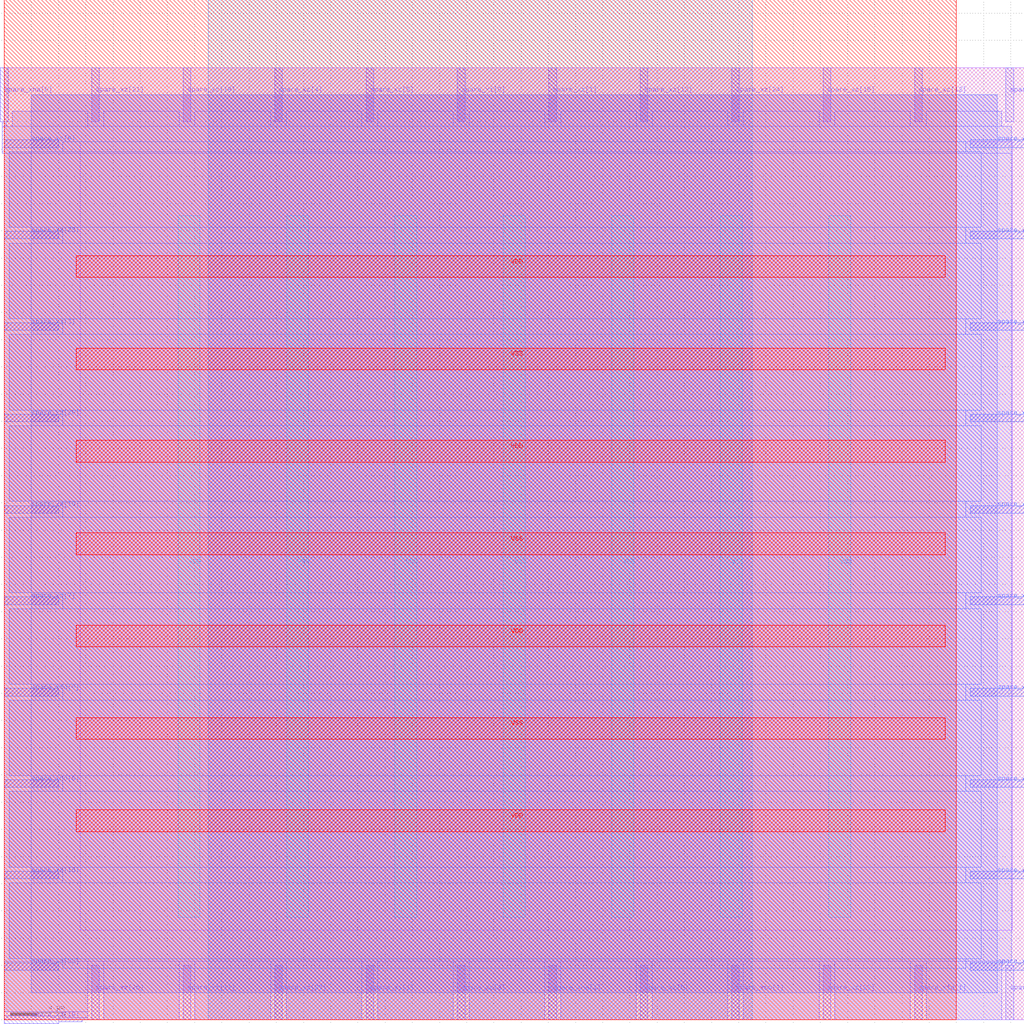
<source format=lef>
VERSION 5.7 ;
  NOWIREEXTENSIONATPIN ON ;
  DIVIDERCHAR "/" ;
  BUSBITCHARS "[]" ;
MACRO spare_logic_block
  CLASS BLOCK ;
  FOREIGN spare_logic_block ;
  ORIGIN 0.000 0.000 ;
  SIZE 75.000 BY 70.000 ;
  PIN VDD
    DIRECTION INOUT ;
    USE POWER ;
    PORT
      LAYER Metal4 ;
        RECT 12.775 7.540 14.375 59.100 ;
    END
    PORT
      LAYER Metal4 ;
        RECT 28.725 7.540 30.325 59.100 ;
    END
    PORT
      LAYER Metal4 ;
        RECT 44.675 7.540 46.275 59.100 ;
    END
    PORT
      LAYER Metal4 ;
        RECT 60.625 7.540 62.225 59.100 ;
    END
    PORT
      LAYER Metal5 ;
        RECT 5.300 13.830 69.180 15.430 ;
    END
    PORT
      LAYER Metal5 ;
        RECT 5.300 27.410 69.180 29.010 ;
    END
    PORT
      LAYER Metal5 ;
        RECT 5.300 40.990 69.180 42.590 ;
    END
    PORT
      LAYER Metal5 ;
        RECT 5.300 54.570 69.180 56.170 ;
    END
  END VDD
  PIN VSS
    DIRECTION INOUT ;
    USE GROUND ;
    PORT
      LAYER Metal4 ;
        RECT 20.750 7.540 22.350 59.100 ;
    END
    PORT
      LAYER Metal4 ;
        RECT 36.700 7.540 38.300 59.100 ;
    END
    PORT
      LAYER Metal4 ;
        RECT 52.650 7.540 54.250 59.100 ;
    END
    PORT
      LAYER Metal5 ;
        RECT 5.300 20.620 69.180 22.220 ;
    END
    PORT
      LAYER Metal5 ;
        RECT 5.300 34.200 69.180 35.800 ;
    END
    PORT
      LAYER Metal5 ;
        RECT 5.300 47.780 69.180 49.380 ;
    END
  END VSS
  PIN spare_xfq[0]
    DIRECTION OUTPUT TRISTATE ;
    USE SIGNAL ;
    PORT
      LAYER Metal3 ;
        RECT 0.000 23.800 4.000 24.360 ;
    END
  END spare_xfq[0]
  PIN spare_xfq[1]
    DIRECTION OUTPUT TRISTATE ;
    USE SIGNAL ;
    PORT
      LAYER Metal2 ;
        RECT 66.920 0.000 67.480 4.000 ;
    END
  END spare_xfq[1]
  PIN spare_xi[0]
    DIRECTION OUTPUT TRISTATE ;
    USE SIGNAL ;
    PORT
      LAYER Metal2 ;
        RECT 33.320 66.000 33.880 70.000 ;
    END
  END spare_xi[0]
  PIN spare_xi[1]
    DIRECTION OUTPUT TRISTATE ;
    USE SIGNAL ;
    PORT
      LAYER Metal2 ;
        RECT 26.600 0.000 27.160 4.000 ;
    END
  END spare_xi[1]
  PIN spare_xi[2]
    DIRECTION OUTPUT TRISTATE ;
    USE SIGNAL ;
    PORT
      LAYER Metal3 ;
        RECT 71.000 10.360 75.000 10.920 ;
    END
  END spare_xi[2]
  PIN spare_xi[3]
    DIRECTION OUTPUT TRISTATE ;
    USE SIGNAL ;
    PORT
      LAYER Metal3 ;
        RECT 0.000 50.680 4.000 51.240 ;
    END
  END spare_xi[3]
  PIN spare_xib
    DIRECTION OUTPUT TRISTATE ;
    USE SIGNAL ;
    PORT
      LAYER Metal3 ;
        RECT 71.000 3.640 75.000 4.200 ;
    END
  END spare_xib
  PIN spare_xmx[0]
    DIRECTION OUTPUT TRISTATE ;
    USE SIGNAL ;
    PORT
      LAYER Metal2 ;
        RECT 73.640 0.000 74.200 4.000 ;
    END
  END spare_xmx[0]
  PIN spare_xmx[1]
    DIRECTION OUTPUT TRISTATE ;
    USE SIGNAL ;
    PORT
      LAYER Metal3 ;
        RECT 71.000 50.680 75.000 51.240 ;
    END
  END spare_xmx[1]
  PIN spare_xna[0]
    DIRECTION OUTPUT TRISTATE ;
    USE SIGNAL ;
    PORT
      LAYER Metal2 ;
        RECT -0.280 66.000 0.280 70.000 ;
    END
  END spare_xna[0]
  PIN spare_xna[1]
    DIRECTION OUTPUT TRISTATE ;
    USE SIGNAL ;
    PORT
      LAYER Metal2 ;
        RECT 40.040 0.000 40.600 4.000 ;
    END
  END spare_xna[1]
  PIN spare_xno[0]
    DIRECTION OUTPUT TRISTATE ;
    USE SIGNAL ;
    PORT
      LAYER Metal3 ;
        RECT 0.000 17.080 4.000 17.640 ;
    END
  END spare_xno[0]
  PIN spare_xno[1]
    DIRECTION OUTPUT TRISTATE ;
    USE SIGNAL ;
    PORT
      LAYER Metal2 ;
        RECT 53.480 0.000 54.040 4.000 ;
    END
  END spare_xno[1]
  PIN spare_xz[0]
    DIRECTION OUTPUT TRISTATE ;
    USE SIGNAL ;
    PORT
      LAYER Metal3 ;
        RECT 71.000 57.400 75.000 57.960 ;
    END
  END spare_xz[0]
  PIN spare_xz[10]
    DIRECTION OUTPUT TRISTATE ;
    USE SIGNAL ;
    PORT
      LAYER Metal3 ;
        RECT 0.000 37.240 4.000 37.800 ;
    END
  END spare_xz[10]
  PIN spare_xz[11]
    DIRECTION OUTPUT TRISTATE ;
    USE SIGNAL ;
    PORT
      LAYER Metal2 ;
        RECT 13.160 0.000 13.720 4.000 ;
    END
  END spare_xz[11]
  PIN spare_xz[12]
    DIRECTION OUTPUT TRISTATE ;
    USE SIGNAL ;
    PORT
      LAYER Metal2 ;
        RECT 66.920 66.000 67.480 70.000 ;
    END
  END spare_xz[12]
  PIN spare_xz[13]
    DIRECTION OUTPUT TRISTATE ;
    USE SIGNAL ;
    PORT
      LAYER Metal2 ;
        RECT 46.760 66.000 47.320 70.000 ;
    END
  END spare_xz[13]
  PIN spare_xz[14]
    DIRECTION OUTPUT TRISTATE ;
    USE SIGNAL ;
    PORT
      LAYER Metal3 ;
        RECT 71.000 37.240 75.000 37.800 ;
    END
  END spare_xz[14]
  PIN spare_xz[15]
    DIRECTION OUTPUT TRISTATE ;
    USE SIGNAL ;
    PORT
      LAYER Metal2 ;
        RECT 60.200 66.000 60.760 70.000 ;
    END
  END spare_xz[15]
  PIN spare_xz[16]
    DIRECTION OUTPUT TRISTATE ;
    USE SIGNAL ;
    PORT
      LAYER Metal3 ;
        RECT 0.000 10.360 4.000 10.920 ;
    END
  END spare_xz[16]
  PIN spare_xz[17]
    DIRECTION OUTPUT TRISTATE ;
    USE SIGNAL ;
    PORT
      LAYER Metal3 ;
        RECT 71.000 64.120 75.000 64.680 ;
    END
  END spare_xz[17]
  PIN spare_xz[18]
    DIRECTION OUTPUT TRISTATE ;
    USE SIGNAL ;
    PORT
      LAYER Metal2 ;
        RECT 13.160 66.000 13.720 70.000 ;
    END
  END spare_xz[18]
  PIN spare_xz[19]
    DIRECTION OUTPUT TRISTATE ;
    USE SIGNAL ;
    PORT
      LAYER Metal2 ;
        RECT 0.000 -0.280 4.000 0.280 ;
    END
  END spare_xz[19]
  PIN spare_xz[1]
    DIRECTION OUTPUT TRISTATE ;
    USE SIGNAL ;
    PORT
      LAYER Metal2 ;
        RECT 40.040 66.000 40.600 70.000 ;
    END
  END spare_xz[1]
  PIN spare_xz[20]
    DIRECTION OUTPUT TRISTATE ;
    USE SIGNAL ;
    PORT
      LAYER Metal3 ;
        RECT 71.000 43.960 75.000 44.520 ;
    END
  END spare_xz[20]
  PIN spare_xz[21]
    DIRECTION OUTPUT TRISTATE ;
    USE SIGNAL ;
    PORT
      LAYER Metal2 ;
        RECT 6.440 66.000 7.000 70.000 ;
    END
  END spare_xz[21]
  PIN spare_xz[22]
    DIRECTION OUTPUT TRISTATE ;
    USE SIGNAL ;
    PORT
      LAYER Metal3 ;
        RECT 0.000 3.640 4.000 4.200 ;
    END
  END spare_xz[22]
  PIN spare_xz[23]
    DIRECTION OUTPUT TRISTATE ;
    USE SIGNAL ;
    PORT
      LAYER Metal2 ;
        RECT 60.200 0.000 60.760 4.000 ;
    END
  END spare_xz[23]
  PIN spare_xz[24]
    DIRECTION OUTPUT TRISTATE ;
    USE SIGNAL ;
    PORT
      LAYER Metal2 ;
        RECT 53.480 66.000 54.040 70.000 ;
    END
  END spare_xz[24]
  PIN spare_xz[25]
    DIRECTION OUTPUT TRISTATE ;
    USE SIGNAL ;
    PORT
      LAYER Metal3 ;
        RECT 71.000 17.080 75.000 17.640 ;
    END
  END spare_xz[25]
  PIN spare_xz[26]
    DIRECTION OUTPUT TRISTATE ;
    USE SIGNAL ;
    PORT
      LAYER Metal2 ;
        RECT 6.440 0.000 7.000 4.000 ;
    END
  END spare_xz[26]
  PIN spare_xz[27]
    DIRECTION OUTPUT TRISTATE ;
    USE SIGNAL ;
    PORT
      LAYER Metal2 ;
        RECT 19.880 0.000 20.440 4.000 ;
    END
  END spare_xz[27]
  PIN spare_xz[28]
    DIRECTION OUTPUT TRISTATE ;
    USE SIGNAL ;
    PORT
      LAYER Metal3 ;
        RECT 0.000 57.400 4.000 57.960 ;
    END
  END spare_xz[28]
  PIN spare_xz[29]
    DIRECTION OUTPUT TRISTATE ;
    USE SIGNAL ;
    PORT
      LAYER Metal3 ;
        RECT 71.000 23.800 75.000 24.360 ;
    END
  END spare_xz[29]
  PIN spare_xz[2]
    DIRECTION OUTPUT TRISTATE ;
    USE SIGNAL ;
    PORT
      LAYER Metal2 ;
        RECT 33.320 0.000 33.880 4.000 ;
    END
  END spare_xz[2]
  PIN spare_xz[30]
    DIRECTION OUTPUT TRISTATE ;
    USE SIGNAL ;
    PORT
      LAYER Metal3 ;
        RECT 0.000 43.960 4.000 44.520 ;
    END
  END spare_xz[30]
  PIN spare_xz[3]
    DIRECTION OUTPUT TRISTATE ;
    USE SIGNAL ;
    PORT
      LAYER Metal2 ;
        RECT 73.640 66.000 74.200 70.000 ;
    END
  END spare_xz[3]
  PIN spare_xz[4]
    DIRECTION OUTPUT TRISTATE ;
    USE SIGNAL ;
    PORT
      LAYER Metal2 ;
        RECT 19.880 66.000 20.440 70.000 ;
    END
  END spare_xz[4]
  PIN spare_xz[5]
    DIRECTION OUTPUT TRISTATE ;
    USE SIGNAL ;
    PORT
      LAYER Metal2 ;
        RECT 26.600 66.000 27.160 70.000 ;
    END
  END spare_xz[5]
  PIN spare_xz[6]
    DIRECTION OUTPUT TRISTATE ;
    USE SIGNAL ;
    PORT
      LAYER Metal2 ;
        RECT 46.760 0.000 47.320 4.000 ;
    END
  END spare_xz[6]
  PIN spare_xz[7]
    DIRECTION OUTPUT TRISTATE ;
    USE SIGNAL ;
    PORT
      LAYER Metal3 ;
        RECT 0.000 30.520 4.000 31.080 ;
    END
  END spare_xz[7]
  PIN spare_xz[8]
    DIRECTION OUTPUT TRISTATE ;
    USE SIGNAL ;
    PORT
      LAYER Metal3 ;
        RECT 0.000 64.120 4.000 64.680 ;
    END
  END spare_xz[8]
  PIN spare_xz[9]
    DIRECTION OUTPUT TRISTATE ;
    USE SIGNAL ;
    PORT
      LAYER Metal3 ;
        RECT 71.000 30.520 75.000 31.080 ;
    END
  END spare_xz[9]
  OBS
      LAYER Metal1 ;
        RECT 5.600 6.590 74.110 64.530 ;
      LAYER Metal2 ;
        RECT -0.140 65.700 0.140 66.000 ;
        RECT 0.580 65.700 6.140 66.780 ;
        RECT 7.300 65.700 12.860 66.780 ;
        RECT 14.020 65.700 19.580 66.780 ;
        RECT 20.740 65.700 26.300 66.780 ;
        RECT 27.460 65.700 33.020 66.780 ;
        RECT 34.180 65.700 39.740 66.780 ;
        RECT 40.900 65.700 46.460 66.780 ;
        RECT 47.620 65.700 53.180 66.780 ;
        RECT 54.340 65.700 59.900 66.780 ;
        RECT 61.060 65.700 66.620 66.780 ;
        RECT 67.780 65.700 73.340 66.780 ;
        RECT -0.140 63.700 74.060 65.700 ;
        RECT 0.000 4.300 74.060 63.700 ;
        RECT 0.000 0.580 6.140 4.300 ;
        RECT 4.300 0.140 6.140 0.580 ;
        RECT 4.000 0.000 6.140 0.140 ;
        RECT 7.300 0.000 12.860 4.300 ;
        RECT 14.020 0.000 19.580 4.300 ;
        RECT 20.740 0.000 26.300 4.300 ;
        RECT 27.460 0.000 33.020 4.300 ;
        RECT 34.180 0.000 39.740 4.300 ;
        RECT 40.900 0.000 46.460 4.300 ;
        RECT 47.620 0.000 53.180 4.300 ;
        RECT 54.340 0.000 59.900 4.300 ;
        RECT 61.060 0.000 66.620 4.300 ;
        RECT 67.780 0.000 73.340 4.300 ;
        RECT 4.000 -0.140 5.740 0.000 ;
      LAYER Metal3 ;
        RECT 4.300 63.820 70.700 64.540 ;
        RECT 0.370 58.260 71.820 63.820 ;
        RECT 4.300 57.100 70.700 58.260 ;
        RECT 0.370 51.540 71.820 57.100 ;
        RECT 4.300 50.380 70.700 51.540 ;
        RECT 0.370 44.820 71.820 50.380 ;
        RECT 4.300 43.660 70.700 44.820 ;
        RECT 0.370 38.100 71.820 43.660 ;
        RECT 4.300 36.940 70.700 38.100 ;
        RECT 0.370 31.380 71.820 36.940 ;
        RECT 4.300 30.220 70.700 31.380 ;
        RECT 0.370 24.660 71.820 30.220 ;
        RECT 4.300 23.500 70.700 24.660 ;
        RECT 0.370 17.940 71.820 23.500 ;
        RECT 4.300 16.780 70.700 17.940 ;
        RECT 0.370 11.220 71.820 16.780 ;
        RECT 4.300 10.060 70.700 11.220 ;
        RECT 0.370 4.500 71.820 10.060 ;
        RECT 4.300 3.780 70.700 4.500 ;
      LAYER Metal1 ;
        RECT 0 0 75 70 ;
      LAYER Metal2 ;
        RECT 2 2 73 68 ;
      LAYER Metal3 ;
        RECT 2 2 73 68 ;
      LAYER Metal3 ;
        RECT 2 2 73 68 ;
      LAYER Metal4 ;
        RECT 15 0 55 75 ;
      LAYER Metal5 ;
        RECT 0 0 70 75 ;
  END
END spare_logic_block
END LIBRARY


</source>
